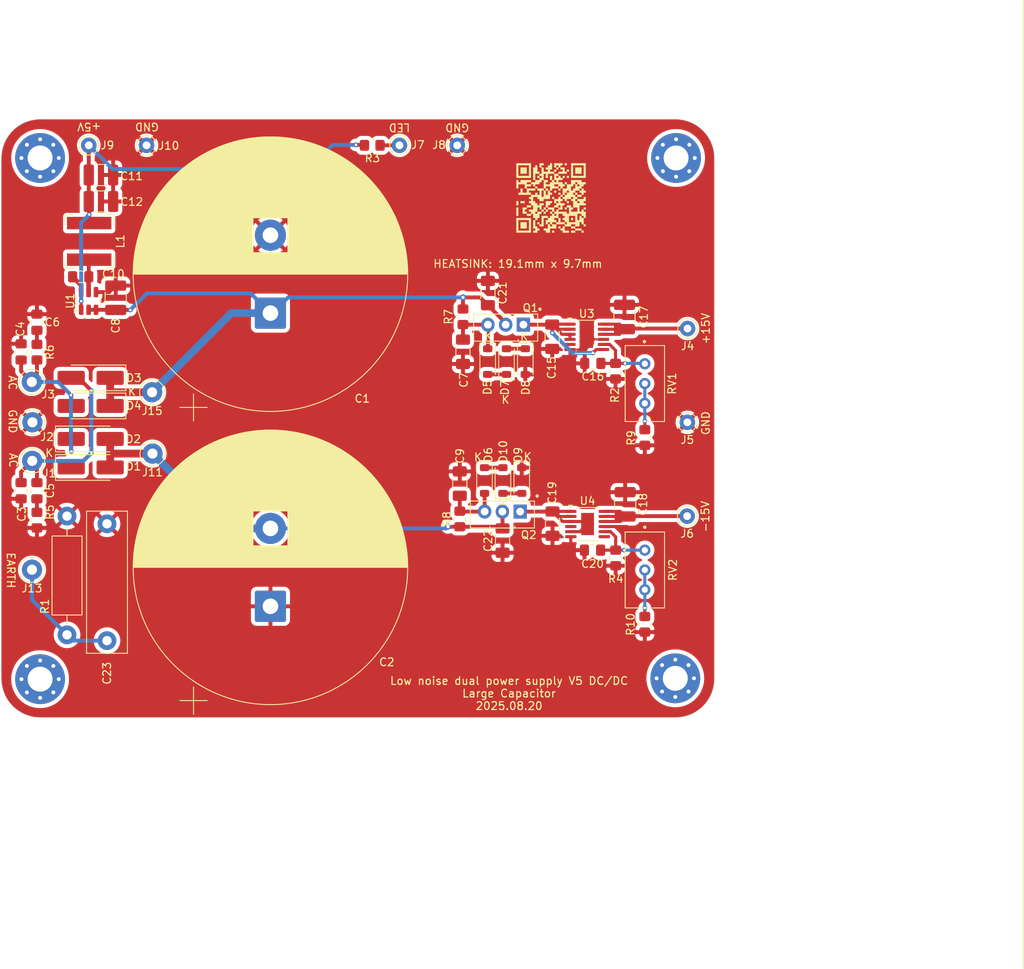
<source format=kicad_pcb>
(kicad_pcb (version 20241229) (generator "pcbnew") (generator_version "9.0")
  (layers (0 "F.Cu" signal) (2 "B.Cu" signal) (13 "F.Paste" user) (15 "B.Paste" user) (5 "F.SilkS" user "F.Silkscreen") (7 "B.SilkS" user "B.Silkscreen") (1 "F.Mask" user) (3 "B.Mask" user) (25 "Edge.Cuts" user))
  (net 0 "")
  (net 1 "GND")
  (net 2 "Net-(D3-K)")
  (net 3 "Net-(D1-A)")
  (net 4 "Net-(D1-K)")
  (net 5 "Net-(D2-K)")
  (net 6 "Net-(D5-K)")
  (net 7 "Net-(D6-A)")
  (net 8 "Net-(U1-BST)")
  (net 9 "Net-(C5-Pad2)")
  (net 10 "Net-(C6-Pad2)")
  (net 11 "/SWOUT")
  (net 12 "Net-(Q1-E)")
  (net 13 "Net-(U3-SET)")
  (net 14 "Net-(J4-Pin_1)")
  (net 15 "Net-(J6-Pin_1)")
  (net 16 "Net-(R9-Pad1)")
  (net 17 "Net-(R10-Pad2)")
  (net 18 "Net-(Q2-E)")
  (net 19 "Net-(U4-SET)")
  (net 20 "Net-(J13-Pin_1)")
  (net 21 "Net-(D5-A)")
  (net 22 "Net-(D10-A)")
  (net 23 "Net-(D7-A)")
  (net 24 "Net-(D10-K)")
  (net 25 "Net-(J7-Pin_1)")
  (net 29 "/VOUT")
  (footprint "MountingHole:MountingHole_3.2mm_M3_Pad_Via" (layer "F.Cu") (at 84.9884 101.1936)
    (property "Reference" "H2" (hide yes))
    (property "Value" "MountingHole")
  )
  (footprint "Connector_Pin:Pin_D1.0mm_L10.0mm" (layer "F.Cu") (at 168.0718 68.2244)
    (property "Reference" "J5")
    (property "Value" "GND")
  )
  (footprint "Capacitor_THT:CP_Radial_D35.0mm_P10.00mm_SnapIn" (layer "F.Cu") (at 114.554 54.2036 90)
    (property "Reference" "C1")
    (property "Value" "22000uF/25V")
  )
  (footprint "MountingHole:MountingHole_3.2mm_M3_Pad_Via" (layer "F.Cu") (at 84.9884 34.29)
    (property "Reference" "H1" (hide yes))
    (property "Value" "MountingHole")
  )
  (footprint "MountingHole:MountingHole_3.2mm_M3_Pad_Via" (layer "F.Cu") (at 166.624 34.29)
    (property "Reference" "H4" (hide yes))
    (property "Value" "MountingHole")
  )
  (footprint "Connector_Pin:Pin_D1.3mm_L11.0mm" (layer "F.Cu") (at 83.9724 73.1735)
    (property "Reference" "J1")
    (property "Value" "AC")
  )
  (footprint "Connector_Pin:Pin_D1.0mm_L10.0mm" (layer "F.Cu") (at 168.0972 56.1848)
    (property "Reference" "J4")
    (property "Value" "+15V")
  )
  (footprint "Potentiometer_THT:Potentiometer_Bourns_3296W_Vertical" (layer "F.Cu") (at 162.6108 60.706 90)
    (property "Reference" "RV1")
    (property "Value" "200k")
  )
  (footprint "Capacitor_THT:CP_Radial_D35.0mm_P10.00mm_SnapIn" (layer "F.Cu") (at 114.554 91.8388 90)
    (property "Reference" "C2")
    (property "Value" "22000uF/25V")
  )
  (footprint "MountingHole:MountingHole_3.2mm_M3_Pad_Via" (layer "F.Cu") (at 166.5224 101.0824)
    (property "Reference" "H3" (hide yes))
    (property "Value" "MountingHole")
  )
  (footprint "Connector_Pin:Pin_D1.0mm_L10.0mm" (layer "F.Cu") (at 131.1148 32.6644 180)
    (property "Reference" "J7")
    (property "Value" "LED")
  )
  (footprint "Connector_Pin:Pin_D1.0mm_L10.0mm" (layer "F.Cu") (at 138.5316 32.6644 180)
    (property "Reference" "J8")
    (property "Value" "GND")
  )
  (footprint "Connector_Pin:Pin_D1.0mm_L10.0mm" (layer "F.Cu") (at 91.2368 32.6644)
    (property "Reference" "J9")
    (property "Value" "+5V")
  )
  (footprint "Connector_Pin:Pin_D1.0mm_L10.0mm" (layer "F.Cu") (at 98.6536 32.6644)
    (property "Reference" "J10")
    (property "Value" "GND")
  )
  (footprint "Resistor_SMD:R_0805_2012Metric_Pad1.20x1.40mm_HandSolder" (layer "F.Cu") (at 127.6256 32.6644 180)
    (property "Reference" "R3")
    (property "Value" "240R")
  )
  (footprint "Connector_Pin:Pin_D1.3mm_L11.0mm" (layer "F.Cu") (at 84 68.216)
    (property "Reference" "J2")
    (property "Value" "GND")
  )
  (footprint "Capacitor_SMD:C_1210_3225Metric_Pad1.33x2.70mm_HandSolder" (layer "F.Cu") (at 160.0012 54.7035 90)
    (property "Reference" "C17")
    (property "Value" "10uF/100V")
  )
  (footprint "Diode_SMD:D_SMA_Handsoldering" (layer "F.Cu") (at 91.48 74.0145)
    (property "Reference" "D1")
    (property "Value" "BYG20D")
  )
  (footprint "Diode_SMD:D_SMA_Handsoldering" (layer "F.Cu") (at 91.48 70.3569)
    (property "Reference" "D2")
    (property "Value" "BYG20D")
  )
  (footprint "Potentiometer_THT:Potentiometer_Bourns_3296W_Vertical" (layer "F.Cu") (at 162.6108 84.6328 90)
    (property "Reference" "RV2")
    (property "Value" "200k")
  )
  (footprint "Connector_Pin:Pin_D1.3mm_L11.0mm" (layer "F.Cu") (at 83.9216 63.0389)
    (property "Reference" "J3")
    (property "Value" "AC")
  )
  (footprint "Diode_SMD:D_SMA_Handsoldering" (layer "F.Cu") (at 91.48 62.5145 180)
    (property "Reference" "D3")
    (property "Value" "BYG20D")
  )
  (footprint "Diode_SMD:D_SMA_Handsoldering" (layer "F.Cu") (at 91.48 66.1213 180)
    (property "Reference" "D4")
    (property "Value" "BYG20D")
  )
  (footprint "Capacitor_SMD:C_0805_2012Metric_Pad1.18x1.45mm_HandSolder" (layer "F.Cu") (at 82.55 77.005 -90)
    (property "Reference" "C3")
    (property "Value" "Cx/10nF/50V")
  )
  (footprint "Capacitor_SMD:C_0805_2012Metric_Pad1.18x1.45mm_HandSolder" (layer "F.Cu") (at 82.55 59.182 -90)
    (property "Reference" "C4")
    (property "Value" "Cx/10nF/50V")
  )
  (footprint "Capacitor_SMD:C_0805_2012Metric_Pad1.18x1.45mm_HandSolder" (layer "F.Cu") (at 84.582 77.005 -90)
    (property "Reference" "C5")
    (property "Value" "Cs/50V")
  )
  (footprint "Capacitor_SMD:C_0805_2012Metric_Pad1.18x1.45mm_HandSolder" (layer "F.Cu") (at 84.582 55.372 -90)
    (property "Reference" "C6")
    (property "Value" "Cs/50V")
  )
  (footprint "Capacitor_SMD:C_1206_3216Metric_Pad1.33x1.80mm_HandSolder" (layer "F.Cu") (at 139.2682 59.1697 -90)
    (property "Reference" "C7")
    (property "Value" "4.7uF/100V")
  )
  (footprint "Capacitor_SMD:C_1206_3216Metric_Pad1.33x1.80mm_HandSolder" (layer "F.Cu") (at 138.8618 76.0853 -90)
    (property "Reference" "C9")
    (property "Value" "4.7uF/100V")
  )
  (footprint "Diode_SMD:D_SOD-123" (layer "F.Cu") (at 142.4432 60.4256 -90)
    (property "Reference" "D5")
    (property "Value" "MMSZ5232B/5.6V")
  )
  (footprint "Diode_SMD:D_SOD-123" (layer "F.Cu") (at 142.036 75.693 -90)
    (property "Reference" "D6")
    (property "Value" "MMSZ5232B/5.6V")
  )
  (footprint "Package_TO_SOT_THT:TO-126-3_Vertical" (layer "F.Cu") (at 147.028 55.6896 180)
    (property "Reference" "Q1")
    (property "Value" "BD139")
  )
  (footprint "Package_TO_SOT_THT:TO-126-3_Vertical" (layer "F.Cu") (at 146.608 79.684 180)
    (property "Reference" "Q2")
    (property "Value" "BD140")
  )
  (footprint "Resistor_SMD:R_0805_2012Metric_Pad1.20x1.40mm_HandSolder" (layer "F.Cu") (at 84.582 80.7775 -90)
    (property "Reference" "R5")
    (property "Value" "Rs/1/8W")
  )
  (footprint "Resistor_SMD:R_0805_2012Metric_Pad1.20x1.40mm_HandSolder" (layer "F.Cu") (at 84.582 59.2195 -90)
    (property "Reference" "R6")
    (property "Value" "Rs/1/8W")
  )
  (footprint "Resistor_SMD:R_0805_2012Metric_Pad1.20x1.40mm_HandSolder" (layer "F.Cu") (at 139.2682 54.6768 -90)
    (property "Reference" "R7")
    (property "Value" "430R/0.5W")
  )
  (footprint "Resistor_SMD:R_0805_2012Metric_Pad1.20x1.40mm_HandSolder" (layer "F.Cu") (at 138.8618 80.629 -90)
    (property "Reference" "R8")
    (property "Value" "430R/0.5W")
  )
  (footprint "Capacitor_SMD:C_1210_3225Metric_Pad1.33x2.70mm_HandSolder" (layer "F.Cu") (at 160.0859 78.7494 -90)
    (property "Reference" "C18")
    (property "Value" "10uF/100V")
  )
  (footprint "Diode_SMD:D_SOD-123" (layer "F.Cu") (at 144.8562 60.4256 90)
    (property "Reference" "D7")
    (property "Value" "MMSZ5232B/5.6V")
  )
  (footprint "Diode_SMD:D_SOD-123" (layer "F.Cu") (at 147.2692 60.4256 -90)
    (property "Reference" "D8")
    (property "Value" "MMSZ5232B/5.6V")
  )
  (footprint "Diode_SMD:D_SOD-123" (layer "F.Cu") (at 146.812 75.693 -90)
    (property "Reference" "D9")
    (property "Value" "MMSZ5232B/5.6V")
  )
  (footprint "Diode_SMD:D_SOD-123" (layer "F.Cu") (at 144.399 75.693 90)
    (property "Reference" "D10")
    (property "Value" "MMSZ5232B/5.6V")
  )
  (footprint "Capacitor_SMD:C_0805_2012Metric_Pad1.18x1.45mm_HandSolder" (layer "F.Cu") (at 155.8988 84.6299)
    (property "Reference" "C20")
    (property "Value" "470nF/50V")
  )
  (footprint "Connector_Pin:Pin_D1.0mm_L10.0mm" (layer "F.Cu") (at 168.0464 80.264)
    (property "Reference" "J6")
    (property "Value" "-15V")
  )
  (footprint "Capacitor_SMD:C_1206_3216Metric_Pad1.33x1.80mm_HandSolder" (layer "F.Cu") (at 142.4686 51.6271 90)
    (property "Reference" "C21")
    (property "Value" "4.7uF/100V")
  )
  (footprint "Capacitor_SMD:C_1206_3216Metric_Pad1.33x1.80mm_HandSolder" (layer "F.Cu") (at 144.3482 83.4013 90)
    (property "Reference" "C22")
    (property "Value" "4.7uF/100V")
  )
  (footprint "Capacitor_SMD:C_1206_3216Metric_Pad1.33x1.80mm_HandSolder" (layer "F.Cu") (at 150.7641 81.2292 90)
    (property "Reference" "C19")
    (property "Value" "4.7uF/100V")
  )
  (footprint "Package_SO:MSOP-12-1EP_3x4.039mm_P0.65mm_EP1.651x2.845mm" (layer "F.Cu") (at 155.2612 81.2794)
    (property "Reference" "U4")
    (property "Value" "LT3094xMSE")
  )
  (footprint "Capacitor_SMD:C_1206_3216Metric_Pad1.33x1.80mm_HandSolder" (layer "F.Cu") (at 150.7236 57.2393 -90)
    (property "Reference" "C15")
    (property "Value" "4.7uF/100V")
  )
  (footprint "Capacitor_SMD:C_0805_2012Metric_Pad1.18x1.45mm_HandSolder" (layer "F.Cu") (at 155.9345 60.6552 180)
    (property "Reference" "C16")
    (property "Value" "470nF/50V")
  )
  (footprint "Package_SO:MSOP-12-1EP_3x4.039mm_P0.65mm_EP1.651x2.845mm" (layer "F.Cu") (at 155.1562 57.251)
    (property "Reference" "U3")
    (property "Value" "LT3045xMSE")
  )
  (footprint "Capacitor_THT:C_Rect_L18.0mm_W5.0mm_P15.00mm_FKS3_FKP3" (layer "F.Cu") (at 93.5736 96.2476 90)
    (property "Reference" "C23")
    (property "Value" "2.2nF/2kV")
  )
  (footprint "LOGO" (layer "F.Cu") (at 150.5712 39.4208)
    (property "Reference" "G***" (hide yes))
    (property "Value" "LOGO" (hide yes))
  )
  (footprint "Capacitor_SMD:C_0805_2012Metric_Pad1.18x1.45mm_HandSolder" (layer "F.Cu") (at 90.198652 49.539652 180)
    (property "Reference" "C10")
    (property "Value" "100nF/50V/X7R")
  )
  (footprint "Capacitor_SMD:C_1210_3225Metric_Pad1.33x2.70mm_HandSolder" (layer "F.Cu") (at 92.7993 39.878)
    (property "Reference" "C12")
    (property "Value" "22uF/25V/X7R")
  )
  (footprint "Connector_Pin:Pin_D1.3mm_L11.0mm" (layer "F.Cu") (at 83.947 87.1435)
    (property "Reference" "J13")
    (property "Value" "EARTH")
  )
  (footprint "Resistor_THT:R_Axial_DIN0411_L9.9mm_D3.6mm_P15.24mm_Horizontal" (layer "F.Cu") (at 88.4428 80.264 -90)
    (property "Reference" "R1")
    (property "Value" "100R/2W")
  )
  (footprint "Inductor_SMD:L_Bourns-SRN6028" (layer "F.Cu") (at 91.2876 44.9956 90)
    (property "Reference" "L1")
    (property "Value" "4.7uH")
  )
  (footprint "Connector_Pin:Pin_D1.3mm_L11.0mm" (layer "F.Cu") (at 99.4156 72.2376)
    (property "Reference" "J11")
    (property "Value" "-21.5V")
  )
  (footprint "Resistor_SMD:R_0805_2012Metric_Pad1.20x1.40mm_HandSolder" (layer "F.Cu") (at 162.6108 94.1484 90)
    (property "Reference" "R10")
    (property "Value" "Rvset")
  )
  (footprint "Resistor_SMD:R_0805_2012Metric_Pad1.20x1.40mm_HandSolder" (layer "F.Cu") (at 158.8667 85.6299 90)
    (property "Reference" "R4")
    (property "Value" "Rvset")
  )
  (footprint "Capacitor_SMD:C_1210_3225Metric_Pad1.33x2.70mm_HandSolder" (layer "F.Cu") (at 92.7993 36.4744)
    (property "Reference" "C11")
    (property "Value" "22uF/25V/X7R")
  )
  (footprint "Connector_Pin:Pin_D1.3mm_L11.0mm" (layer "F.Cu") (at 99.3648 64.3636)
    (property "Reference" "J15")
    (property "Value" "+21.5V")
  )
  (footprint "Resistor_SMD:R_0805_2012Metric_Pad1.20x1.40mm_HandSolder" (layer "F.Cu") (at 158.8516 61.6552 -90)
    (property "Reference" "R2")
    (property "Value" "Rvset")
  )
  (footprint "Capacitor_SMD:C_1210_3225Metric_Pad1.33x2.70mm_HandSolder" (layer "F.Cu") (at 94.6912 52.2347 90)
    (property "Reference" "C8")
    (property "Value" "10uF/100V/X7R")
  )
  (footprint "Resistor_SMD:R_0805_2012Metric_Pad1.20x1.40mm_HandSolder" (layer "F.Cu") (at 162.6108 70.1708 -90)
    (property "Reference" "R9")
    (property "Value" "Rvset")
  )
  (footprint "Package_TO_SOT_SMD:TSOT-23-6" (layer "F.Cu") (at 91.212852 52.643952 90)
    (property "Reference" "U1")
    (property "Value" "AP63205WU")
  )
  (gr_line (start 211.2264 138.3284) (end 211.2264 14.0716) (stroke (width 0.12)) (layer "F.SilkS"))
  (gr_arc (start 80.01 34.3116) (mid 81.474466 30.776066) (end 85.01 29.3116) (stroke (width 0.05)) (layer "Edge.Cuts"))
  (gr_line (start 85.01 29.3116) (end 166.5516 29.3116) (stroke (width 0.05)) (layer "Edge.Cuts"))
  (gr_line (start 80.01 101.1212) (end 80.01 34.3116) (stroke (width 0.05)) (layer "Edge.Cuts"))
  (gr_line (start 171.5516 34.3116) (end 171.5516 101.1212) (stroke (width 0.05)) (layer "Edge.Cuts"))
  (gr_arc (start 166.5516 29.3116) (mid 170.087134 30.776066) (end 171.5516 34.3116) (stroke (width 0.05)) (layer "Edge.Cuts"))
  (gr_arc (start 85.01 106.1212) (mid 81.474466 104.656734) (end 80.01 101.1212) (stroke (width 0.05)) (layer "Edge.Cuts"))
  (gr_arc (start 171.5516 101.1212) (mid 170.087134 104.656734) (end 166.5516 106.1212) (stroke (width 0.05)) (layer "Edge.Cuts"))
  (gr_line (start 166.5516 106.1212) (end 85.01 106.1212) (stroke (width 0.05)) (layer "Edge.Cuts"))
  (gr_text "+5V" (at 91.2876 30.2768 180) (layer "F.SilkS") (effects (font (size 1 1))))
  (gr_text "K" (at 86.1695 72.1575 0) (layer "F.SilkS") (effects (font (size 1 1))))
  (gr_text "K" (at 96.774 64.2835 0) (layer "F.SilkS") (effects (font (size 1 1))))
  (gr_text "K" (at 141.1986 72.6948 0) (layer "F.SilkS") (effects (font (size 1 1))))
  (gr_text "°" (at 162.56 58.2676 0) (layer "F.SilkS") (effects (font (size 1 1))))
  (gr_text "°" (at 149.1488 54.102 0) (layer "F.SilkS") (effects (font (size 1 1))))
  (gr_text "°" (at 148.7932 78.0796 0) (layer "F.SilkS") (effects (font (size 1 1))))
  (gr_text "-15V" (at 170.3832 80.3148 90) (layer "F.SilkS") (effects (font (size 1 1))))
  (gr_text "LED" (at 131.1148 30.3784 180) (layer "F.SilkS") (effects (font (size 1 1))))
  (gr_text "AC" (at 81.4578 63.1405 270) (layer "F.SilkS") (effects (font (size 1 1))))
  (gr_text "GND" (at 138.5316 30.3784 180) (layer "F.SilkS") (effects (font (size 1 1))))
  (gr_text "K" (at 142.5448 57.1754 0) (layer "F.SilkS") (effects (font (size 1 1))))
  (gr_text "K" (at 144.7292 65.3288 0) (layer "F.SilkS") (effects (font (size 1 1))))
  (gr_text "EARTH" (at 81.2292 87.2236 270) (layer "F.SilkS") (effects (font (size 1 1))))
  (gr_text "GND" (at 170.434 68.326 90) (layer "F.SilkS") (effects (font (size 1 1))))
  (gr_text "HEATSINK: 19.1mm x 9.7mm" (at 135.382 48.4632 0) (layer "F.SilkS") (effects (font (size 1 1)) (justify left bottom)))
  (gr_text "K" (at 147.574 72.644 0) (layer "F.SilkS") (effects (font (size 1 1))))
  (gr_text "°" (at 162.6108 82.0928 0) (layer "F.SilkS") (effects (font (size 1 1))))
  (gr_text "K" (at 147.1168 57.1754 0) (layer "F.SilkS") (effects (font (size 1 1))))
  (gr_text "K" (at 144.5006 78.486 90) (layer "F.SilkS") (effects (font (size 1 1))))
  (gr_text "GND" (at 81.4578 68.093455 270) (layer "F.SilkS") (effects (font (size 1 1))))
  (gr_text "GND" (at 98.7044 30.2768 180) (layer "F.SilkS") (effects (font (size 1 1))))
  (gr_text "Low noise dual power supply V5 DC/DC\nLarge Capacitor\n2025.08.20" (at 145.1864 103.0224 0) (layer "F.SilkS") (effects (font (size 1 1))))
  (gr_text "AC" (at 81.534 73.0973 270) (layer "F.SilkS") (effects (font (size 1 1))))
  (gr_text "+15V" (at 170.434 56.1848 90) (layer "F.SilkS") (effects (font (size 1 1))))
  (segment (start 153.0062 58.876) (end 153.2062 59.076) (width 0.25) (layer "F.Cu") (net 1))
  (segment (start 157.3062 57.576) (end 155.4812 57.576) (width 0.25) (layer "F.Cu") (net 1))
  (segment (start 92.162852 51.506452) (end 93.856948 51.506452) (width 0.5) (layer "F.Cu") (net 1))
  (segment (start 160.3116 81.6044) (end 161.5591 82.8519) (width 0.4) (layer "F.Cu") (net 1))
  (segment (start 154.6072 58.876) (end 154.7942 58.689) (width 0.25) (layer "F.Cu") (net 1))
  (segment (start 153.0062 58.876) (end 154.6072 58.876) (width 0.25) (layer "F.Cu") (net 1))
  (segment (start 157.4112 81.6044) (end 160.3116 81.6044) (width 0.4) (layer "F.Cu") (net 1))
  (segment (start 153.1112 82.9044) (end 153.1112 85.2424) (width 0.25) (layer "F.Cu") (net 1))
  (segment (start 93.856948 51.506452) (end 94.6912 50.6722) (width 0.5) (layer "F.Cu") (net 1))
  (segment (start 93.98 64.3636) (end 93.98 62.5145) (width 1) (layer "F.Cu") (net 2))
  (segment (start 93.98 66.1213) (end 93.98 64.3636) (width 1) (layer "F.Cu") (net 2))
  (segment (start 144.748 55.6896) (end 144.748 55.469) (width 0.5) (layer "F.Cu") (net 2))
  (segment (start 96.5708 53.7972) (end 94.6912 53.7972) (width 0.5) (layer "F.Cu") (net 2))
  (segment (start 94.675452 53.781452) (end 94.6912 53.7972) (width 0.5) (layer "F.Cu") (net 2))
  (segment (start 144.748 55.469) (end 142.4686 53.1896) (width 0.5) (layer "F.Cu") (net 2))
  (segment (start 141.4686 52.1896) (end 142.4686 53.1896) (width 0.5) (layer "F.Cu") (net 2))
  (segment (start 92.162852 53.781452) (end 94.675452 53.781452) (width 0.5) (layer "F.Cu") (net 2))
  (segment (start 99.3648 64.3636) (end 93.98 64.3636) (width 1) (layer "F.Cu") (net 2))
  (segment (start 139.2682 52.1896) (end 141.4686 52.1896) (width 0.5) (layer "F.Cu") (net 2))
  (segment (start 91.212852 53.781452) (end 92.162852 53.781452) (width 0.5) (layer "F.Cu") (net 2))
  (segment (start 139.2682 53.6768) (end 139.2682 52.1896) (width 0.5) (layer "F.Cu") (net 2))
  (via (at 96.5708 53.7972) (size 0.6) (drill 0.3) (layers "F.Cu" "B.Cu") (net 2))
  (via (at 139.2682 52.1896) (size 0.8) (drill 0.4) (layers "F.Cu" "B.Cu") (net 2))
  (segment (start 139.2682 52.1896) (end 116.822 52.1896) (width 0.5) (layer "B.Cu") (net 2))
  (segment (start 114.554 54.2036) (end 112.014 51.6636) (width 0.5) (layer "B.Cu") (net 2))
  (segment (start 114.808 54.2036) (end 114.554 54.2036) (width 0.5) (layer "B.Cu") (net 2))
  (segment (start 114.554 54.2036) (end 109.5248 54.2036) (width 1) (layer "B.Cu") (net 2))
  (segment (start 109.5248 54.2036) (end 99.3648 64.3636) (width 1) (layer "B.Cu") (net 2))
  (segment (start 116.822 52.1896) (end 114.808 54.2036) (width 0.5) (layer "B.Cu") (net 2))
  (segment (start 98.7044 51.6636) (end 96.5708 53.7972) (width 0.5) (layer "B.Cu") (net 2))
  (segment (start 112.014 51.6636) (end 98.7044 51.6636) (width 0.5) (layer "B.Cu") (net 2))
  (segment (start 144.3482 79.7042) (end 144.328 79.684) (width 0.5) (layer "F.Cu") (net 3))
  (segment (start 138.8618 81.629) (end 144.1384 81.629) (width 0.5) (layer "F.Cu") (net 3))
  (segment (start 99.4156 72.2376) (end 93.98 72.2376) (width 1) (layer "F.Cu") (net 3))
  (segment (start 137.3566 81.629) (end 137.3378 81.6102) (width 0.5) (layer "F.Cu") (net 3))
  (segment (start 144.1384 81.629) (end 144.3482 81.8388) (width 0.5) (layer "F.Cu") (net 3))
  (segment (start 93.98 74.0145) (end 93.98 72.2376) (width 1) (layer "F.Cu") (net 3))
  (segment (start 93.98 72.2376) (end 93.98 70.3569) (width 1) (layer "F.Cu") (net 3))
  (segment (start 144.3482 81.8388) (end 144.3482 79.7042) (width 0.5) (layer "F.Cu") (net 3))
  (segment (start 138.8618 81.629) (end 137.3566 81.629) (width 0.5) (layer "F.Cu") (net 3))
  (via (at 137.3378 81.6102) (size 0.8) (drill 0.4) (layers "F.Cu" "B.Cu") (net 3))
  (segment (start 109.0168 81.8388) (end 99.4156 72.2376) (width 1) (layer "B.Cu") (net 3))
  (segment (start 137.1092 81.8388) (end 137.3378 81.6102) (width 0.5) (layer "B.Cu") (net 3))
  (segment (start 114.554 81.8388) (end 109.0168 81.8388) (width 1) (layer "B.Cu") (net 3))
  (segment (start 114.554 81.8388) (end 137.1092 81.8388) (width 0.5) (layer "B.Cu") (net 3))
  (segment (start 89.925 62.5145) (end 91.567 64.1565) (width 0.5) (layer "F.Cu") (net 4))
  (segment (start 84.582 75.9675) (end 84.582 73.7831) (width 0.5) (layer "F.Cu") (net 4))
  (segment (start 82.55 74.5959) (end 83.9724 73.1735) (width 0.5) (layer "F.Cu") (net 4))
  (segment (start 89.71 74.0145) (end 91.567 72.1575) (width 0.5) (layer "F.Cu") (net 4))
  (segment (start 82.55 75.9675) (end 82.55 74.5959) (width 0.5) (layer "F.Cu") (net 4))
  (via (at 91.567 64.1565) (size 0.6) (drill 0.3) (layers "F.Cu" "B.Cu") (net 4))
  (via (at 91.567 72.1575) (size 0.6) (drill 0.3) (layers "F.Cu" "B.Cu") (net 4))
  (segment (start 90.551 73.1735) (end 91.567 72.1575) (width 0.5) (layer "B.Cu") (net 4))
  (segment (start 91.567 72.1575) (end 91.567 64.1565) (width 0.5) (layer "B.Cu") (net 4))
  (segment (start 83.9724 73.1735) (end 90.551 73.1735) (width 0.5) (layer "B.Cu") (net 4))
  (segment (start 88.98 70.3569) (end 88.98 71.9327) (width 0.5) (layer "F.Cu") (net 5))
  (segment (start 88.98 64.7699) (end 88.9508 64.7407) (width 0.5) (layer "F.Cu") (net 5))
  (segment (start 88.98 66.1213) (end 88.98 64.7699) (width 0.5) (layer "F.Cu") (net 5))
  (segment (start 84.582 60.2195) (end 84.582 62.3785) (width 0.5) (layer "F.Cu") (net 5))
  (segment (start 82.55 60.2195) (end 82.55 61.6673) (width 0.5) (layer "F.Cu") (net 5))
  (segment (start 82.55 61.6673) (end 83.9216 63.0389) (width 0.5) (layer "F.Cu") (net 5))
  (segment (start 88.98 71.9327) (end 89.0016 71.9543) (width 0.5) (layer "F.Cu") (net 5))
  (via (at 89.0016 71.9543) (size 0.6) (drill 0.3) (layers "F.Cu" "B.Cu") (net 5))
  (via (at 88.9508 64.7407) (size 0.6) (drill 0.3) (layers "F.Cu" "B.Cu") (net 5))
  (segment (start 88.9508 64.7108) (end 87.2789 63.0389) (width 0.5) (layer "B.Cu") (net 5))
  (segment (start 88.9508 64.7407) (end 88.9508 64.7108) (width 0.5) (layer "B.Cu") (net 5))
  (segment (start 88.9508 71.9035) (end 88.9508 64.7407) (width 0.5) (layer "B.Cu") (net 5))
  (segment (start 89.0016 71.9543) (end 88.9508 71.9035) (width 0.5) (layer "B.Cu") (net 5))
  (segment (start 83.9216 63.0389) (end 87.2789 63.0389) (width 0.5) (layer "B.Cu") (net 5))
  (segment (start 142.468 55.6896) (end 139.281 55.6896) (width 0.5) (layer "F.Cu") (net 6))
  (segment (start 139.281 55.6896) (end 139.2682 55.6768) (width 0.5) (layer "F.Cu") (net 6))
  (segment (start 139.2682 55.6768) (end 139.2682 57.6072) (width 0.5) (layer "F.Cu") (net 6))
  (segment (start 142.468 55.6896) (end 142.468 58.7508) (width 0.5) (layer "F.Cu") (net 6))
  (segment (start 142.468 58.7508) (end 142.4432 58.7756) (width 0.5) (layer "F.Cu") (net 6))
  (segment (start 138.9168 79.684) (end 138.8618 79.629) (width 0.5) (layer "F.Cu") (net 7))
  (segment (start 142.048 77.355) (end 142.036 77.343) (width 0.5) (layer "F.Cu") (net 7))
  (segment (start 142.048 79.684) (end 142.048 77.355) (width 0.5) (layer "F.Cu") (net 7))
  (segment (start 142.048 79.684) (end 138.9168 79.684) (width 0.5) (layer "F.Cu") (net 7))
  (segment (start 138.8618 79.629) (end 138.8618 77.6478) (width 0.5) (layer "F.Cu") (net 7))
  (segment (start 90.262852 51.506452) (end 90.262852 50.641352) (width 0.6) (layer "F.Cu") (net 8))
  (segment (start 90.262852 50.641352) (end 89.161152 49.539652) (width 0.6) (layer "F.Cu") (net 8))
  (segment (start 84.582 79.7775) (end 84.582 78.0425) (width 0.5) (layer "F.Cu") (net 9))
  (segment (start 84.582 58.2195) (end 84.582 56.4095) (width 0.5) (layer "F.Cu") (net 10))
  (segment (start 91.212852 51.506452) (end 91.212852 49.562952) (width 0.6) (layer "F.Cu") (net 11))
  (segment (start 91.212852 49.562952) (end 91.236152 49.539652) (width 0.6) (layer "F.Cu") (net 11))
  (segment (start 91.236152 47.397048) (end 91.2876 47.3456) (width 0.5) (layer "F.Cu") (net 11))
  (segment (start 91.236152 49.539652) (end 91.236152 47.397048) (width 0.5) (layer "F.Cu") (net 11))
  (segment (start 153.0062 57.576) (end 153.0062 56.926) (width 0.4) (layer "F.Cu") (net 12))
  (segment (start 157.3062 58.876) (end 156.3752 58.876) (width 0.4) (layer "F.Cu") (net 12))
  (segment (start 150.7744 55.626) (end 150.7236 55.6768) (width 0.4) (layer "F.Cu") (net 12))
  (segment (start 153.0062 55.626) (end 150.7744 55.626) (width 0.4) (layer "F.Cu") (net 12))
  (segment (start 150.7429 55.6961) (end 150.7236 55.6768) (width 0.5) (layer "F.Cu") (net 12))
  (segment (start 151.3228 56.276) (end 150.7236 55.6768) (width 0.4) (layer "F.Cu") (net 12))
  (segment (start 153.0062 56.276) (end 151.3228 56.276) (width 0.4) (layer "F.Cu") (net 12))
  (segment (start 150.7429 56.7436) (end 150.7429 55.6961) (width 0.5) (layer "F.Cu") (net 12))
  (segment (start 150.7108 55.6896) (end 150.7236 55.6768) (width 0.5) (layer "F.Cu") (net 12))
  (segment (start 151.9728 56.926) (end 150.7236 55.6768) (width 0.4) (layer "F.Cu") (net 12))
  (segment (start 156.3752 58.876) (end 155.9372 59.314) (width 0.4) (layer "F.Cu") (net 12))
  (segment (start 153.0062 56.926) (end 151.9728 56.926) (width 0.4) (layer "F.Cu") (net 12))
  (segment (start 147.028 55.6896) (end 150.7108 55.6896) (width 0.5) (layer "F.Cu") (net 12))
  (via (at 155.9372 59.314) (size 0.6) (drill 0.3) (layers "F.Cu" "B.Cu") (net 12))
  (via (at 150.7429 56.7436) (size 0.6) (drill 0.3) (layers "F.Cu" "B.Cu") (net 12))
  (segment (start 153.3133 59.314) (end 150.7429 56.7436) (width 0.5) (layer "B.Cu") (net 12))
  (segment (start 155.9372 59.314) (end 153.3133 59.314) (width 0.5) (layer "B.Cu") (net 12))
  (segment (start 158.8516 58.985108) (end 158.8516 60.6552) (width 0.4) (layer "F.Cu") (net 13))
  (segment (start 157.3062 58.226) (end 158.092492 58.226) (width 0.4) (layer "F.Cu") (net 13))
  (segment (start 158.092492 58.226) (end 158.8516 58.985108) (width 0.4) (layer "F.Cu") (net 13))
  (segment (start 158.8516 60.6552) (end 156.972 60.6552) (width 0.4) (layer "F.Cu") (net 13))
  (segment (start 160.0708 60.6552) (end 158.8516 60.6552) (width 0.4) (layer "F.Cu") (net 13))
  (via (at 160.0708 60.6552) (size 0.6) (drill 0.3) (layers "F.Cu" "B.Cu") (net 13))
  (segment (start 160.0808 60.6652) (end 160.0708 60.6552) (width 0.4) (layer "B.Cu") (net 13))
  (segment (start 162.56 60.6552) (end 162.6108 60.706) (width 0.4) (layer "B.Cu") (net 13))
  (segment (start 160.0708 60.6552) (end 162.56 60.6552) (width 0.4) (layer "B.Cu") (net 13))
  (segment (start 157.3062 56.276) (end 159.9912 56.276) (width 0.4) (layer "F.Cu") (net 14))
  (segment (start 157.3062 55.626) (end 159.3612 55.626) (width 0.4) (layer "F.Cu") (net 14))
  (segment (start 160.0824 56.1848) (end 160.0012 56.266) (width 0.5) (layer "F.Cu") (net 14))
  (segment (start 157.3062 56.926) (end 159.3412 56.926) (width 0.4) (layer "F.Cu") (net 14))
  (segment (start 159.3612 55.626) (end 160.0012 56.266) (width 0.4) (layer "F.Cu") (net 14))
  (segment (start 168.0972 56.1848) (end 160.0824 56.1848) (width 0.5) (layer "F.Cu") (net 14))
  (segment (start 159.3412 56.926) (end 160.0012 56.266) (width 0.4) (layer "F.Cu") (net 14))
  (segment (start 159.9912 56.276) (end 160.0012 56.266) (width 0.4) (layer "F.Cu") (net 14))
  (segment (start 157.4112 80.3044) (end 160.0784 80.3044) (width 0.4) (layer "F.Cu") (net 15))
  (segment (start 168.0464 80.264) (end 160.1338 80.264) (width 0.5) (layer "F.Cu") (net 15))
  (segment (start 160.0784 80.3044) (end 160.0859 80.3119) (width 0.4) (layer "F.Cu") (net 15))
  (segment (start 157.4112 80.9544) (end 159.4434 80.9544) (width 0.4) (layer "F.Cu") (net 15))
  (segment (start 160.0888 80.3148) (end 160.0859 80.3119) (width 0.5) (layer "F.Cu") (net 15))
  (segment (start 159.4434 80.9544) (end 160.0859 80.3119) (width 0.4) (layer "F.Cu") (net 15))
  (segment (start 160.1338 80.264) (end 160.0859 80.3119) (width 0.5) (layer "F.Cu") (net 15))
  (segment (start 157.4112 79.6544) (end 159.4284 79.6544) (width 0.4) (layer "F.Cu") (net 15))
  (segment (start 159.4284 79.6544) (end 160.0859 80.3119) (width 0.4) (layer "F.Cu") (net 15))
  (segment (start 162.6108 68.072) (end 162.6108 69.1708) (width 0.4) (layer "F.Cu") (net 16))
  (via (at 162.6108 68.072) (size 0.6) (drill 0.3) (layers "F.Cu" "B.Cu") (net 16))
  (segment (start 162.6108 65.786) (end 162.6108 68.072) (width 0.4) (layer "B.Cu") (net 16))
  (segment (start 162.6108 63.246) (end 162.6108 65.786) (width 0.4) (layer "B.Cu") (net 16))
  (segment (start 162.6108 92.0496) (end 162.6108 93.1484) (width 0.4) (layer "F.Cu") (net 17))
  (via (at 162.6108 92.0496) (size 0.6) (drill 0.3) (layers "F.Cu" "B.Cu") (net 17))
  (segment (start 162.6108 87.1728) (end 162.6108 89.7128) (width 0.4) (layer "B.Cu") (net 17))
  (segment (start 162.6108 89.7128) (end 162.6108 92.0496) (width 0.4) (layer "B.Cu") (net 17))
  (segment (start 153.1112 79.6544) (end 150.7764 79.6544) (width 0.4) (layer "F.Cu") (net 18))
  (segment (start 153.1112 82.2544) (end 154.2862 82.2544) (width 0.4) (layer "F.Cu") (net 18))
  (segment (start 153.1112 80.9544) (end 154.9362 80.9544) (width 0.4) (layer "F.Cu") (net 18))
  (segment (start 154.9362 80.9544) (end 155.2612 81.2794) (width 0.4) (layer "F.Cu") (net 18))
  (segment (start 154.2862 82.2544) (end 155.2612 81.2794) (width 0.4) (layer "F.Cu") (net 18))
  (segment (start 153.1112 80.9544) (end 152.0518 80.9544) (width 0.4) (layer "F.Cu") (net 18))
  (segment (start 151.4018 80.3044) (end 150.7641 79.6667) (width 0.4) (layer "F.Cu") (net 18))
  (segment (start 153.1112 80.3044) (end 151.4018 80.3044) (width 0.4) (layer "F.Cu") (net 18))
  (segment (start 146.608 79.684) (end 150.7468 79.684) (width 0.5) (layer "F.Cu") (net 18))
  (segment (start 150.7468 79.684) (end 150.7641 79.6667) (width 0.5) (layer "F.Cu") (net 18))
  (segment (start 152.0518 80.9544) (end 150.7641 79.6667) (width 0.4) (layer "F.Cu") (net 18))
  (segment (start 150.7764 79.6544) (end 150.7641 79.6667) (width 0.4) (layer "F.Cu") (net 18))
  (segment (start 159.9692 84.6328) (end 158.8696 84.6328) (width 0.4) (layer "F.Cu") (net 19))
  (segment (start 157.4112 82.2544) (end 158.197492 82.2544) (width 0.4) (layer "F.Cu") (net 19))
  (segment (start 158.8696 84.6328) (end 158.8667 84.6299) (width 0.4) (layer "F.Cu") (net 19))
  (segment (start 158.197492 82.2544) (end 158.8667 82.923608) (width 0.4) (layer "F.Cu") (net 19))
  (segment (start 158.8667 84.6299) (end 156.9363 84.6299) (width 0.4) (layer "F.Cu") (net 19))
  (segment (start 158.8667 82.923608) (end 158.8667 84.6299) (width 0.4) (layer "F.Cu") (net 19))
  (via (at 159.9692 84.6328) (size 0.6) (drill 0.3) (layers "F.Cu" "B.Cu") (net 19))
  (segment (start 159.9721 84.6299) (end 159.9692 84.6328) (width 0.4) (layer "B.Cu") (net 19))
  (segment (start 159.9692 84.6328) (end 162.6108 84.6328) (width 0.4) (layer "B.Cu") (net 19))
  (segment (start 93.5736 96.2476) (end 89.1864 96.2476) (width 0.5) (layer "B.Cu") (net 20))
  (segment (start 88.4428 95.504) (end 83.947 91.0082) (width 0.5) (layer "B.Cu") (net 20))
  (segment (start 89.1864 96.2476) (end 88.4428 95.504) (width 0.5) (layer "B.Cu") (net 20))
  (segment (start 83.947 91.0082) (end 83.947 87.1435) (width 0.5) (layer "B.Cu") (net 20))
  (segment (start 142.4432 62.0756) (end 144.8562 62.0756) (width 0.5) (layer "F.Cu") (net 21))
  (segment (start 142.036 74.043) (end 144.399 74.043) (width 0.5) (layer "F.Cu") (net 22))
  (segment (start 144.8562 58.7756) (end 147.2692 58.7756) (width 0.5) (layer "F.Cu") (net 23))
  (segment (start 144.399 77.343) (end 146.9136 77.343) (width 0.5) (layer "F.Cu") (net 24))
  (segment (start 128.6256 32.6644) (end 131.1148 32.6644) (width 0.5) (layer "F.Cu") (net 25))
  (segment (start 91.2368 39.878) (end 91.2368 36.4744) (width 0.5) (layer "F.Cu") (net 29))
  (segment (start 91.2876 41.5544) (end 91.2876 39.9288) (width 0.5) (layer "F.Cu") (net 29))
  (segment (start 125.5268 32.6136) (end 126.5748 32.6136) (width 0.5) (layer "F.Cu") (net 29))
  (segment (start 90.259159 53.777759) (end 90.262852 53.781452) (width 0.4) (layer "F.Cu") (net 29))
  (segment (start 91.2368 36.4744) (end 91.2368 32.6644) (width 0.5) (layer "F.Cu") (net 29))
  (segment (start 91.2876 39.9288) (end 91.2368 39.878) (width 0.5) (layer "F.Cu") (net 29))
  (segment (start 91.2876 42.6456) (end 91.2876 41.5544) (width 0.5) (layer "F.Cu") (net 29))
  (segment (start 126.5748 32.6136) (end 126.6256 32.6644) (width 0.5) (layer "F.Cu") (net 29))
  (segment (start 90.259159 52.668952) (end 90.259159 53.777759) (width 0.4) (layer "F.Cu") (net 29))
  (via (at 125.5268 32.6136) (size 0.6) (drill 0.3) (layers "F.Cu" "B.Cu") (net 29))
  (via (at 90.259159 52.668952) (size 0.6) (drill 0.3) (layers "F.Cu" "B.Cu") (net 29))
  (via (at 91.2876 41.5544) (size 0.6) (drill 0.3) (layers "F.Cu" "B.Cu") (net 29))
  (segment (start 98.1456 35.7124) (end 119.4308 35.7124) (width 0.5) (layer "B.Cu") (net 29))
  (segment (start 94.2848 35.7124) (end 98.1456 35.7124) (width 0.5) (layer "B.Cu") (net 29))
  (segment (start 91.2368 32.6644) (end 94.2848 35.7124) (width 0.5) (layer "B.Cu") (net 29))
  (segment (start 122.5296 32.6136) (end 125.5268 32.6136) (width 0.5) (layer "B.Cu") (net 29))
  (segment (start 90.259159 42.582841) (end 90.259159 52.668952) (width 0.5) (layer "B.Cu") (net 29))
  (segment (start 119.4308 35.7124) (end 122.4788 32.6644) (width 0.5) (layer "B.Cu") (net 29))
  (segment (start 122.4788 32.6644) (end 122.5296 32.6136) (width 0.5) (layer "B.Cu") (net 29))
  (segment (start 91.2876 41.5544) (end 90.259159 42.582841) (width 0.5) (layer "B.Cu") (net 29))
  (zone (net 1) (net_name "GND") (layer "F.Cu") (connect_pads (clearance 0.508)) (min_thickness 0.254) (fill yes (thermal_gap 0.508) (thermal_bridge_width 0.508))
    (polygon (pts (xy 171.5354 106.121) (xy 80 106.121) (xy 80 29.302) (xy 171.5354 29.302)))
  )
)
</source>
